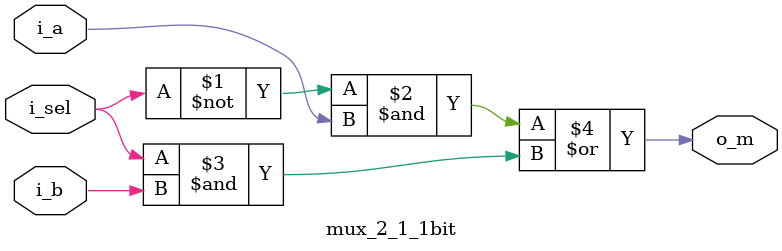
<source format=v>

`default_nettype none

module mux_2_1_1bit(
	input 	i_a,
	input 	i_b,
	input 	i_sel,
	output 	o_m
);

	assign o_m = (~i_sel & i_a) | (i_sel & i_b);

endmodule

</source>
